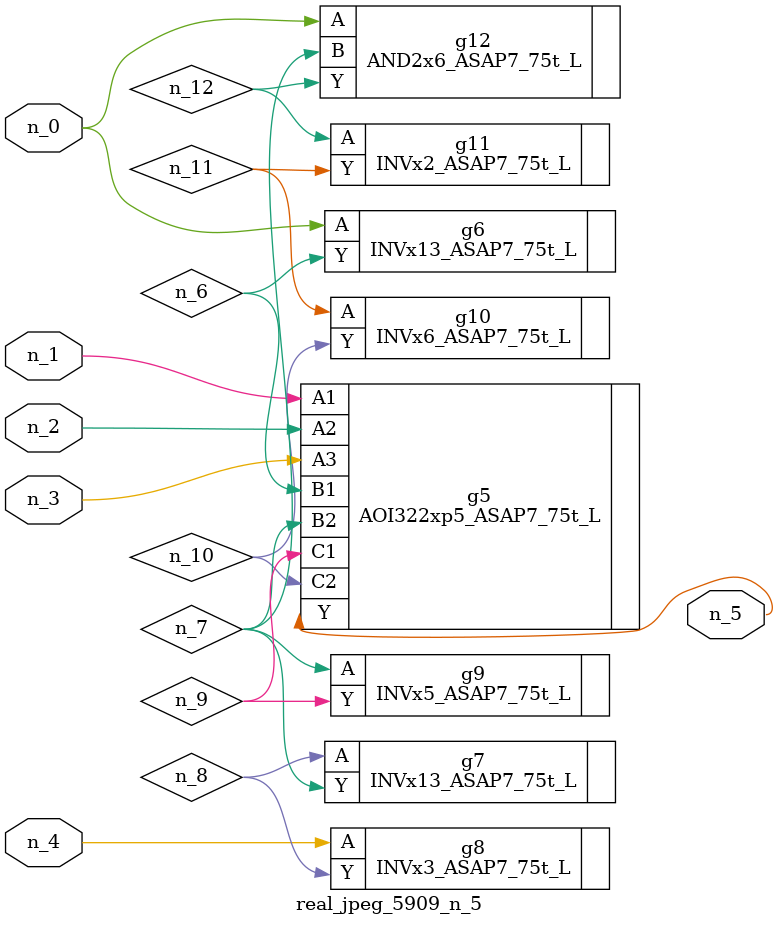
<source format=v>
module real_jpeg_5909_n_5 (n_4, n_0, n_1, n_2, n_3, n_5);

input n_4;
input n_0;
input n_1;
input n_2;
input n_3;

output n_5;

wire n_12;
wire n_8;
wire n_11;
wire n_6;
wire n_7;
wire n_10;
wire n_9;

INVx13_ASAP7_75t_L g6 ( 
.A(n_0),
.Y(n_6)
);

AND2x6_ASAP7_75t_L g12 ( 
.A(n_0),
.B(n_7),
.Y(n_12)
);

AOI322xp5_ASAP7_75t_L g5 ( 
.A1(n_1),
.A2(n_2),
.A3(n_3),
.B1(n_6),
.B2(n_7),
.C1(n_9),
.C2(n_10),
.Y(n_5)
);

INVx3_ASAP7_75t_L g8 ( 
.A(n_4),
.Y(n_8)
);

INVx5_ASAP7_75t_L g9 ( 
.A(n_7),
.Y(n_9)
);

INVx13_ASAP7_75t_L g7 ( 
.A(n_8),
.Y(n_7)
);

INVx6_ASAP7_75t_L g10 ( 
.A(n_11),
.Y(n_10)
);

INVx2_ASAP7_75t_L g11 ( 
.A(n_12),
.Y(n_11)
);


endmodule
</source>
